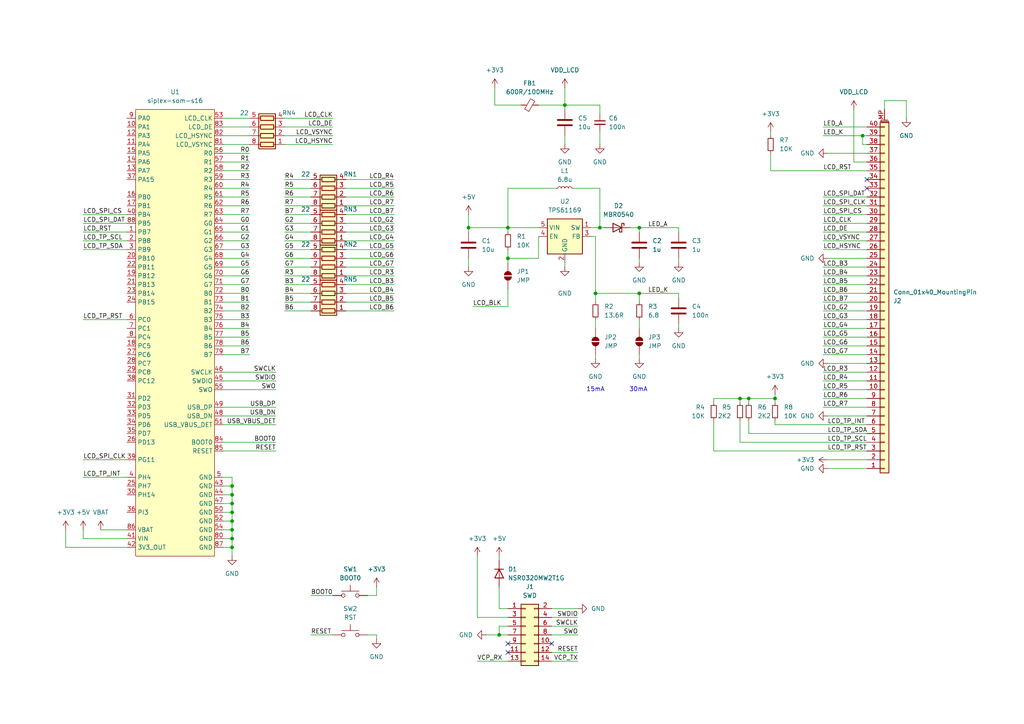
<source format=kicad_sch>
(kicad_sch (version 20231120) (generator "eeschema") (generator_version "8.0")
  (paper "A4")
  (lib_symbols
    (symbol "Connector_Generic:Conn_02x07_Odd_Even" (pin_names (offset 1.016) hide)
      (property "Reference" "J" (at 1.27 10.16 0))
      (property "Value" "Conn_02x07_Odd_Even" (at 1.27 -10.16 0))
      (symbol "Conn_02x07_Odd_Even_1_1"
        (pin passive line (at -5.08 7.62 0) (length 3.81) (name "Pin_1") (number "1"))
        (pin passive line (at 7.62 -2.54 180) (length 3.81) (name "Pin_10") (number "10"))
        (pin passive line (at -5.08 -5.08 0) (length 3.81) (name "Pin_11") (number "11"))
        (pin passive line (at 7.62 -5.08 180) (length 3.81) (name "Pin_12") (number "12"))
        (pin passive line (at -5.08 -7.62 0) (length 3.81) (name "Pin_13") (number "13"))
        (pin passive line (at 7.62 -7.62 180) (length 3.81) (name "Pin_14") (number "14"))
        (pin passive line (at 7.62 7.62 180) (length 3.81) (name "Pin_2") (number "2"))
        (pin passive line (at -5.08 5.08 0) (length 3.81) (name "Pin_3") (number "3"))
        (pin passive line (at 7.62 5.08 180) (length 3.81) (name "Pin_4") (number "4"))
        (pin passive line (at -5.08 2.54 0) (length 3.81) (name "Pin_5") (number "5"))
        (pin passive line (at 7.62 2.54 180) (length 3.81) (name "Pin_6") (number "6"))
        (pin passive line (at -5.08 0 0) (length 3.81) (name "Pin_7") (number "7"))
        (pin passive line (at 7.62 0 180) (length 3.81) (name "Pin_8") (number "8"))
        (pin passive line (at -5.08 -2.54 0) (length 3.81) (name "Pin_9") (number "9"))
      )
    )
    (symbol "Connector_Generic_MountingPin:Conn_01x40_MountingPin" (pin_names (offset 1.016) hide)
      (property "Reference" "J" (at 0 50.8 0))
      (property "Value" "Conn_01x40_MountingPin" (at 1.27 -53.34 0))
      (symbol "Conn_01x40_MountingPin_1_1"
        (text "Mounting" (at 0 -52.451 0) (effects (font (size 0.381 0.381))))
        (pin passive line (at -5.08 48.26 0) (length 3.81) (name "Pin_1") (number "1"))
        (pin passive line (at -5.08 25.4 0) (length 3.81) (name "Pin_10") (number "10"))
        (pin passive line (at -5.08 22.86 0) (length 3.81) (name "Pin_11") (number "11"))
        (pin passive line (at -5.08 20.32 0) (length 3.81) (name "Pin_12") (number "12"))
        (pin passive line (at -5.08 17.78 0) (length 3.81) (name "Pin_13") (number "13"))
        (pin passive line (at -5.08 15.24 0) (length 3.81) (name "Pin_14") (number "14"))
        (pin passive line (at -5.08 12.7 0) (length 3.81) (name "Pin_15") (number "15"))
        (pin passive line (at -5.08 10.16 0) (length 3.81) (name "Pin_16") (number "16"))
        (pin passive line (at -5.08 7.62 0) (length 3.81) (name "Pin_17") (number "17"))
        (pin passive line (at -5.08 5.08 0) (length 3.81) (name "Pin_18") (number "18"))
        (pin passive line (at -5.08 2.54 0) (length 3.81) (name "Pin_19") (number "19"))
        (pin passive line (at -5.08 45.72 0) (length 3.81) (name "Pin_2") (number "2"))
        (pin passive line (at -5.08 0 0) (length 3.81) (name "Pin_20") (number "20"))
        (pin passive line (at -5.08 -2.54 0) (length 3.81) (name "Pin_21") (number "21"))
        (pin passive line (at -5.08 -5.08 0) (length 3.81) (name "Pin_22") (number "22"))
        (pin passive line (at -5.08 -7.62 0) (length 3.81) (name "Pin_23") (number "23"))
        (pin passive line (at -5.08 -10.16 0) (length 3.81) (name "Pin_24") (number "24"))
        (pin passive line (at -5.08 -12.7 0) (length 3.81) (name "Pin_25") (number "25"))
        (pin passive line (at -5.08 -15.24 0) (length 3.81) (name "Pin_26") (number "26"))
        (pin passive line (at -5.08 -17.78 0) (length 3.81) (name "Pin_27") (number "27"))
        (pin passive line (at -5.08 -20.32 0) (length 3.81) (name "Pin_28") (number "28"))
        (pin passive line (at -5.08 -22.86 0) (length 3.81) (name "Pin_29") (number "29"))
        (pin passive line (at -5.08 43.18 0) (length 3.81) (name "Pin_3") (number "3"))
        (pin passive line (at -5.08 -25.4 0) (length 3.81) (name "Pin_30") (number "30"))
        (pin passive line (at -5.08 -27.94 0) (length 3.81) (name "Pin_31") (number "31"))
        (pin passive line (at -5.08 -30.48 0) (length 3.81) (name "Pin_32") (number "32"))
        (pin passive line (at -5.08 -33.02 0) (length 3.81) (name "Pin_33") (number "33"))
        (pin passive line (at -5.08 -35.56 0) (length 3.81) (name "Pin_34") (number "34"))
        (pin passive line (at -5.08 -38.1 0) (length 3.81) (name "Pin_35") (number "35"))
        (pin passive line (at -5.08 -40.64 0) (length 3.81) (name "Pin_36") (number "36"))
        (pin passive line (at -5.08 -43.18 0) (length 3.81) (name "Pin_37") (number "37"))
        (pin passive line (at -5.08 -45.72 0) (length 3.81) (name "Pin_38") (number "38"))
        (pin passive line (at -5.08 -48.26 0) (length 3.81) (name "Pin_39") (number "39"))
        (pin passive line (at -5.08 40.64 0) (length 3.81) (name "Pin_4") (number "4"))
        (pin passive line (at -5.08 -50.8 0) (length 3.81) (name "Pin_40") (number "40"))
        (pin passive line (at -5.08 38.1 0) (length 3.81) (name "Pin_5") (number "5"))
        (pin passive line (at -5.08 35.56 0) (length 3.81) (name "Pin_6") (number "6"))
        (pin passive line (at -5.08 33.02 0) (length 3.81) (name "Pin_7") (number "7"))
        (pin passive line (at -5.08 30.48 0) (length 3.81) (name "Pin_8") (number "8"))
        (pin passive line (at -5.08 27.94 0) (length 3.81) (name "Pin_9") (number "9"))
        (pin passive line (at 0 -55.88 90) (length 3.048) (name "MountPin") (number "MP"))
      )
    )
    (symbol "Device:C" (pin_numbers hide) (pin_names (offset 0.254))
      (property "Reference" "C" (at 0.635 2.54 0))
      (property "Value" "C" (at 0.635 -2.54 0))
      (symbol "C_1_1"
        (pin passive line (at 0 3.81 270) (length 2.794) (name "~") (number "1"))
        (pin passive line (at 0 -3.81 90) (length 2.794) (name "~") (number "2"))
      )
    )
    (symbol "Device:C_Small" (pin_numbers hide) (pin_names (offset 0.254) hide)
      (property "Reference" "C" (at 0.254 1.778 0))
      (property "Value" "C_Small" (at 0.254 -2.032 0))
      (symbol "C_Small_1_1"
        (pin passive line (at 0 2.54 270) (length 2.032) (name "~") (number "1"))
        (pin passive line (at 0 -2.54 90) (length 2.032) (name "~") (number "2"))
      )
    )
    (symbol "Device:D" (pin_numbers hide) (pin_names (offset 1.016) hide)
      (property "Reference" "D" (at 0 2.54 0))
      (property "Value" "D" (at 0 -2.54 0))
      (symbol "D_1_1"
        (pin passive line (at -3.81 0 0) (length 2.54) (name "K") (number "1"))
        (pin passive line (at 3.81 0 180) (length 2.54) (name "A") (number "2"))
      )
    )
    (symbol "Device:FerriteBead_Small" (pin_numbers hide) (pin_names (offset 0))
      (property "Reference" "FB" (at 1.905 1.27 0))
      (property "Value" "FerriteBead_Small" (at 1.905 -1.27 0))
      (symbol "FerriteBead_Small_1_1"
        (pin passive line (at 0 2.54 270) (length 1.27) (name "~") (number "1"))
        (pin passive line (at 0 -2.54 90) (length 1.27) (name "~") (number "2"))
      )
    )
    (symbol "Device:L_Small" (pin_numbers hide) (pin_names (offset 0.254) hide)
      (property "Reference" "L" (at 0.762 1.016 0))
      (property "Value" "L_Small" (at 0.762 -1.016 0))
      (symbol "L_Small_1_1"
        (pin passive line (at 0 2.54 270) (length 0.508) (name "~") (number "1"))
        (pin passive line (at 0 -2.54 90) (length 0.508) (name "~") (number "2"))
      )
    )
    (symbol "Device:R_Pack04" (pin_names (offset 0) hide)
      (property "Reference" "RN" (at -7.62 0 90))
      (property "Value" "R_Pack04" (at 5.08 0 90))
      (symbol "R_Pack04_1_1"
        (pin passive line (at -5.08 -5.08 90) (length 2.54) (name "R1.1") (number "1"))
        (pin passive line (at -2.54 -5.08 90) (length 2.54) (name "R2.1") (number "2"))
        (pin passive line (at 0 -5.08 90) (length 2.54) (name "R3.1") (number "3"))
        (pin passive line (at 2.54 -5.08 90) (length 2.54) (name "R4.1") (number "4"))
        (pin passive line (at 2.54 5.08 270) (length 2.54) (name "R4.2") (number "5"))
        (pin passive line (at 0 5.08 270) (length 2.54) (name "R3.2") (number "6"))
        (pin passive line (at -2.54 5.08 270) (length 2.54) (name "R2.2") (number "7"))
        (pin passive line (at -5.08 5.08 270) (length 2.54) (name "R1.2") (number "8"))
      )
    )
    (symbol "Device:R_Small" (pin_numbers hide) (pin_names (offset 0.254) hide)
      (property "Reference" "R" (at 0.762 0.508 0))
      (property "Value" "R_Small" (at 0.762 -1.016 0))
      (symbol "R_Small_1_1"
        (pin passive line (at 0 2.54 270) (length 0.762) (name "~") (number "1"))
        (pin passive line (at 0 -2.54 90) (length 0.762) (name "~") (number "2"))
      )
    )
    (symbol "Diode:MBR0540" (pin_numbers hide) (pin_names (offset 1.016) hide)
      (property "Reference" "D" (at 0 2.54 0))
      (property "Value" "MBR0540" (at 0 -2.54 0))
      (symbol "MBR0540_1_1"
        (pin passive line (at -3.81 0 0) (length 2.54) (name "K") (number "1"))
        (pin passive line (at 3.81 0 180) (length 2.54) (name "A") (number "2"))
      )
    )
    (symbol "Jumper:SolderJumper_2_Open" (pin_numbers hide) (pin_names (offset 0) hide) (exclude_from_sim yes) (in_bom no)
      (property "Reference" "JP" (at 0 2.032 0))
      (property "Value" "SolderJumper_2_Open" (at 0 -2.54 0))
      (symbol "SolderJumper_2_Open_1_1"
        (pin passive line (at -3.81 0 0) (length 2.54) (name "A") (number "1"))
        (pin passive line (at 3.81 0 180) (length 2.54) (name "B") (number "2"))
      )
    )
    (symbol "Regulator_Switching:TPS61040DBV"
      (property "Reference" "U" (at -5.08 6.35 0))
      (property "Value" "TPS61040DBV" (at 0 6.35 0))
      (symbol "TPS61040DBV_1_1"
        (pin power_out line (at 7.62 2.54 180) (length 2.54) (name "SW") (number "1"))
        (pin power_in line (at 0 -7.62 90) (length 2.54) (name "GND") (number "2"))
        (pin input line (at 7.62 0 180) (length 2.54) (name "FB") (number "3"))
        (pin input line (at -7.62 0 0) (length 2.54) (name "EN") (number "4"))
        (pin power_in line (at -7.62 2.54 0) (length 2.54) (name "VIN") (number "5"))
      )
    )
    (symbol "Switch:SW_Push" (pin_numbers hide) (pin_names (offset 1.016) hide)
      (property "Reference" "SW" (at 1.27 2.54 0))
      (property "Value" "SW_Push" (at 0 -1.524 0))
      (symbol "SW_Push_0_1"
        (pin passive line (at -5.08 0 0) (length 2.54) (name "1") (number "1"))
        (pin passive line (at 5.08 0 180) (length 2.54) (name "2") (number "2"))
      )
    )
    (symbol "power:+3V3" (power) (pin_numbers hide) (pin_names (offset 0) hide)
      (property "Value" "+3V3" (at 0 3.556 0))
      (symbol "+3V3_1_1"
        (pin power_in line (at 0 0 90) (length 0) (name "~") (number "1"))
      )
    )
    (symbol "power:+5V" (power) (pin_numbers hide) (pin_names (offset 0) hide)
      (property "Value" "+5V" (at 0 3.556 0))
      (symbol "+5V_1_1"
        (pin power_in line (at 0 0 90) (length 0) (name "~") (number "1"))
      )
    )
    (symbol "power:GND" (power) (pin_numbers hide) (pin_names (offset 0) hide)
      (property "Value" "GND" (at 0 -3.81 0))
      (symbol "GND_1_1"
        (pin power_in line (at 0 0 270) (length 0) (name "~") (number "1"))
      )
    )
    (symbol "siplex-som:siplex-som-s16"
      (property "Reference" "U" (at 0 73.66 0))
      (property "Value" "siplex-som-s16" (at 0 71.882 0))
      (symbol "siplex-som-s16_1_1"
        (pin bidirectional line (at -13.97 34.29 0) (length 2.54) (name "PB7") (number "1"))
        (pin bidirectional line (at -13.97 64.77 0) (length 2.54) (name "PA1") (number "10"))
        (pin bidirectional line (at -13.97 59.69 0) (length 2.54) (name "PA4") (number "11"))
        (pin bidirectional line (at -13.97 62.23 0) (length 2.54) (name "PA3") (number "12"))
        (pin bidirectional line (at -13.97 52.07 0) (length 2.54) (name "PA7") (number "13"))
        (pin bidirectional line (at -13.97 54.61 0) (length 2.54) (name "PA6") (number "14"))
        (pin bidirectional line (at -13.97 57.15 0) (length 2.54) (name "PA5") (number "15"))
        (pin bidirectional line (at -13.97 44.45 0) (length 2.54) (name "PB0") (number "16"))
        (pin bidirectional line (at -13.97 41.91 0) (length 2.54) (name "PB1") (number "17"))
        (pin bidirectional line (at -13.97 1.27 0) (length 2.54) (name "PC5") (number "18"))
        (pin bidirectional line (at -13.97 21.59 0) (length 2.54) (name "PB12") (number "19"))
        (pin bidirectional line (at -13.97 31.75 0) (length 2.54) (name "PB8") (number "2"))
        (pin bidirectional line (at -13.97 26.67 0) (length 2.54) (name "PB10") (number "20"))
        (pin bidirectional line (at -13.97 19.05 0) (length 2.54) (name "PB13") (number "21"))
        (pin bidirectional line (at -13.97 24.13 0) (length 2.54) (name "PB11") (number "22"))
        (pin bidirectional line (at -13.97 16.51 0) (length 2.54) (name "PB14") (number "23"))
        (pin bidirectional line (at -13.97 13.97 0) (length 2.54) (name "PB15") (number "24"))
        (pin bidirectional line (at -13.97 -39.37 0) (length 2.54) (name "PH7") (number "25"))
        (pin bidirectional line (at -13.97 -26.67 0) (length 2.54) (name "PD13") (number "26"))
        (pin bidirectional line (at -13.97 -1.27 0) (length 2.54) (name "PC6") (number "27"))
        (pin bidirectional line (at -13.97 -3.81 0) (length 2.54) (name "PC7") (number "28"))
        (pin bidirectional line (at -13.97 -6.35 0) (length 2.54) (name "PC8") (number "29"))
        (pin bidirectional line (at -13.97 29.21 0) (length 2.54) (name "PB9") (number "3"))
        (pin power_in line (at -13.97 -41.91 0) (length 2.54) (name "PH14") (number "30"))
        (pin bidirectional line (at -13.97 -13.97 0) (length 2.54) (name "PD2") (number "31"))
        (pin bidirectional line (at -13.97 -16.51 0) (length 2.54) (name "PD3") (number "32"))
        (pin bidirectional line (at -13.97 -19.05 0) (length 2.54) (name "PD5") (number "33"))
        (pin bidirectional line (at -13.97 -21.59 0) (length 2.54) (name "PD6") (number "34"))
        (pin bidirectional line (at -13.97 -24.13 0) (length 2.54) (name "PD7") (number "35"))
        (pin bidirectional line (at -13.97 -46.99 0) (length 2.54) (name "PI3") (number "36"))
        (pin bidirectional line (at -13.97 49.53 0) (length 2.54) (name "PA15") (number "37"))
        (pin bidirectional line (at -13.97 -8.89 0) (length 2.54) (name "PC12") (number "38"))
        (pin bidirectional line (at -13.97 -31.75 0) (length 2.54) (name "PG11") (number "39"))
        (pin bidirectional line (at -13.97 -36.83 0) (length 2.54) (name "PH4") (number "4"))
        (pin bidirectional line (at -13.97 39.37 0) (length 2.54) (name "PB4") (number "40"))
        (pin power_in line (at -13.97 -54.61 0) (length 2.54) (name "VIN") (number "41"))
        (pin power_in line (at -13.97 -57.15 0) (length 2.54) (name "3V3_OUT") (number "42"))
        (pin power_in line (at 13.97 -39.37 180) (length 2.54) (name "GND") (number "43"))
        (pin power_in line (at 13.97 -41.91 180) (length 2.54) (name "GND") (number "44"))
        (pin bidirectional line (at 13.97 -8.89 180) (length 2.54) (name "SWDIO") (number "45"))
        (pin bidirectional line (at 13.97 -6.35 180) (length 2.54) (name "SWCLK") (number "46"))
        (pin power_in line (at 13.97 -44.45 180) (length 2.54) (name "GND") (number "47"))
        (pin bidirectional line (at 13.97 -19.05 180) (length 2.54) (name "USB_DN") (number "48"))
        (pin bidirectional line (at 13.97 -16.51 180) (length 2.54) (name "USB_DP") (number "49"))
        (pin power_in line (at 13.97 -36.83 180) (length 2.54) (name "GND") (number "5"))
        (pin power_in line (at 13.97 -46.99 180) (length 2.54) (name "GND") (number "50"))
        (pin bidirectional line (at 13.97 -21.59 180) (length 2.54) (name "USB_VBUS_DET") (number "51"))
        (pin power_in line (at 13.97 -49.53 180) (length 2.54) (name "GND") (number "52"))
        (pin bidirectional line (at 13.97 67.31 180) (length 2.54) (name "LCD_CLK") (number "53"))
        (pin power_in line (at 13.97 -52.07 180) (length 2.54) (name "GND") (number "54"))
        (pin bidirectional line (at 13.97 -11.43 180) (length 2.54) (name "SWO") (number "55"))
        (pin bidirectional line (at 13.97 57.15 180) (length 2.54) (name "R0") (number "56"))
        (pin bidirectional line (at 13.97 54.61 180) (length 2.54) (name "R1") (number "57"))
        (pin bidirectional line (at 13.97 52.07 180) (length 2.54) (name "R2") (number "58"))
        (pin bidirectional line (at 13.97 49.53 180) (length 2.54) (name "R3") (number "59"))
        (pin bidirectional line (at -13.97 8.89 0) (length 2.54) (name "PC0") (number "6"))
        (pin bidirectional line (at 13.97 46.99 180) (length 2.54) (name "R4") (number "60"))
        (pin bidirectional line (at 13.97 44.45 180) (length 2.54) (name "R5") (number "61"))
        (pin bidirectional line (at 13.97 41.91 180) (length 2.54) (name "R6") (number "62"))
        (pin bidirectional line (at 13.97 39.37 180) (length 2.54) (name "R7") (number "63"))
        (pin bidirectional line (at 13.97 36.83 180) (length 2.54) (name "G0") (number "64"))
        (pin bidirectional line (at 13.97 34.29 180) (length 2.54) (name "G1") (number "65"))
        (pin bidirectional line (at 13.97 31.75 180) (length 2.54) (name "G2") (number "66"))
        (pin bidirectional line (at 13.97 29.21 180) (length 2.54) (name "G3") (number "67"))
        (pin bidirectional line (at 13.97 26.67 180) (length 2.54) (name "G4") (number "68"))
        (pin bidirectional line (at 13.97 24.13 180) (length 2.54) (name "G5") (number "69"))
        (pin bidirectional line (at -13.97 6.35 0) (length 2.54) (name "PC1") (number "7"))
        (pin bidirectional line (at 13.97 21.59 180) (length 2.54) (name "G6") (number "70"))
        (pin bidirectional line (at 13.97 19.05 180) (length 2.54) (name "G7") (number "71"))
        (pin bidirectional line (at 13.97 16.51 180) (length 2.54) (name "B0") (number "72"))
        (pin bidirectional line (at 13.97 13.97 180) (length 2.54) (name "B1") (number "73"))
        (pin bidirectional line (at 13.97 11.43 180) (length 2.54) (name "B2") (number "74"))
        (pin bidirectional line (at 13.97 8.89 180) (length 2.54) (name "B3") (number "75"))
        (pin bidirectional line (at 13.97 6.35 180) (length 2.54) (name "B4") (number "76"))
        (pin bidirectional line (at 13.97 3.81 180) (length 2.54) (name "B5") (number "77"))
        (pin bidirectional line (at 13.97 1.27 180) (length 2.54) (name "B6") (number "78"))
        (pin bidirectional line (at 13.97 -1.27 180) (length 2.54) (name "B7") (number "79"))
        (pin bidirectional line (at -13.97 3.81 0) (length 2.54) (name "PC4") (number "8"))
        (pin power_in line (at 13.97 -54.61 180) (length 2.54) (name "GND") (number "80"))
        (pin bidirectional line (at 13.97 59.69 180) (length 2.54) (name "LCD_VSYNC") (number "81"))
        (pin bidirectional line (at 13.97 62.23 180) (length 2.54) (name "LCD_HSYNC") (number "82"))
        (pin bidirectional line (at 13.97 64.77 180) (length 2.54) (name "LCD_DE") (number "83"))
        (pin input line (at 13.97 -26.67 180) (length 2.54) (name "BOOT0") (number "84"))
        (pin input line (at 13.97 -29.21 180) (length 2.54) (name "RESET") (number "85"))
        (pin power_in line (at -13.97 -52.07 0) (length 2.54) (name "VBAT") (number "86"))
        (pin power_in line (at 13.97 -57.15 180) (length 2.54) (name "GND") (number "87"))
        (pin bidirectional line (at -13.97 36.83 0) (length 2.54) (name "PB5") (number "88"))
        (pin bidirectional line (at -13.97 67.31 0) (length 2.54) (name "PA0") (number "9"))
      )
    )
  )
  (junction (at 147.32 66.04))
  (junction (at 67.31 146.05))
  (junction (at 135.89 66.04))
  (junction (at 217.17 115.57))
  (junction (at 67.31 153.67))
  (junction (at 250.19 39.37))
  (junction (at 185.42 66.04))
  (junction (at 163.83 30.48))
  (junction (at 67.31 158.75))
  (junction (at 67.31 156.21))
  (junction (at 185.42 85.09))
  (junction (at 67.31 151.13))
  (junction (at 67.31 140.97))
  (junction (at 147.32 74.93))
  (junction (at 67.31 148.59))
  (junction (at 173.99 66.04))
  (junction (at 214.63 115.57))
  (junction (at 172.72 85.09))
  (junction (at 67.31 143.51))
  (junction (at 144.78 184.15))
  (junction (at 224.79 115.57))
  (no_connect (at 160.02 186.69))
  (no_connect (at 147.32 186.69))
  (no_connect (at 147.32 189.23))
  (no_connect (at 251.46 52.07))
  (no_connect (at 251.46 54.61))
  (wire (pts (xy 72.39 85.09) (xy 64.77 85.09)))
  (wire (pts (xy 67.31 138.43) (xy 67.31 140.97)))
  (wire (pts (xy 106.68 172.72) (xy 109.22 172.72)))
  (wire (pts (xy 143.51 30.48) (xy 151.13 30.48)))
  (wire (pts (xy 172.72 85.09) (xy 185.42 85.09)))
  (wire (pts (xy 64.77 41.91) (xy 72.39 41.91)))
  (wire (pts (xy 82.55 69.85) (xy 90.17 69.85)))
  (wire (pts (xy 67.31 143.51) (xy 67.31 146.05)))
  (wire (pts (xy 138.43 191.77) (xy 147.32 191.77)))
  (wire (pts (xy 72.39 92.71) (xy 64.77 92.71)))
  (wire (pts (xy 90.17 172.72) (xy 96.52 172.72)))
  (wire (pts (xy 251.46 77.47) (xy 238.76 77.47)))
  (wire (pts (xy 100.33 74.93) (xy 114.3 74.93)))
  (wire (pts (xy 238.76 67.31) (xy 251.46 67.31)))
  (wire (pts (xy 72.39 44.45) (xy 64.77 44.45)))
  (wire (pts (xy 72.39 90.17) (xy 64.77 90.17)))
  (wire (pts (xy 82.55 82.55) (xy 90.17 82.55)))
  (wire (pts (xy 185.42 85.09) (xy 185.42 87.63)))
  (wire (pts (xy 196.85 67.31) (xy 196.85 66.04)))
  (wire (pts (xy 240.03 120.65) (xy 251.46 120.65)))
  (wire (pts (xy 223.52 49.53) (xy 251.46 49.53)))
  (wire (pts (xy 172.72 95.25) (xy 172.72 92.71)))
  (wire (pts (xy 100.33 54.61) (xy 114.3 54.61)))
  (wire (pts (xy 214.63 128.27) (xy 251.46 128.27)))
  (wire (pts (xy 19.05 158.75) (xy 36.83 158.75)))
  (wire (pts (xy 82.55 62.23) (xy 90.17 62.23)))
  (wire (pts (xy 64.77 148.59) (xy 67.31 148.59)))
  (wire (pts (xy 80.01 130.81) (xy 64.77 130.81)))
  (wire (pts (xy 167.64 181.61) (xy 160.02 181.61)))
  (wire (pts (xy 64.77 138.43) (xy 67.31 138.43)))
  (wire (pts (xy 251.46 115.57) (xy 238.76 115.57)))
  (wire (pts (xy 185.42 66.04) (xy 185.42 67.31)))
  (wire (pts (xy 80.01 107.95) (xy 64.77 107.95)))
  (wire (pts (xy 100.33 64.77) (xy 114.3 64.77)))
  (wire (pts (xy 72.39 67.31) (xy 64.77 67.31)))
  (wire (pts (xy 100.33 87.63) (xy 114.3 87.63)))
  (wire (pts (xy 24.13 67.31) (xy 36.83 67.31)))
  (wire (pts (xy 238.76 72.39) (xy 251.46 72.39)))
  (wire (pts (xy 82.55 57.15) (xy 90.17 57.15)))
  (wire (pts (xy 100.33 59.69) (xy 114.3 59.69)))
  (wire (pts (xy 82.55 90.17) (xy 90.17 90.17)))
  (wire (pts (xy 82.55 87.63) (xy 90.17 87.63)))
  (wire (pts (xy 67.31 151.13) (xy 67.31 153.67)))
  (wire (pts (xy 240.03 135.89) (xy 251.46 135.89)))
  (wire (pts (xy 207.01 121.92) (xy 207.01 130.81)))
  (wire (pts (xy 64.77 158.75) (xy 67.31 158.75)))
  (wire (pts (xy 163.83 41.91) (xy 163.83 39.37)))
  (wire (pts (xy 24.13 153.67) (xy 24.13 156.21)))
  (wire (pts (xy 24.13 69.85) (xy 36.83 69.85)))
  (wire (pts (xy 82.55 36.83) (xy 96.52 36.83)))
  (wire (pts (xy 109.22 172.72) (xy 109.22 170.18)))
  (wire (pts (xy 214.63 115.57) (xy 217.17 115.57)))
  (wire (pts (xy 144.78 161.29) (xy 144.78 162.56)))
  (wire (pts (xy 185.42 104.14) (xy 185.42 102.87)))
  (wire (pts (xy 196.85 76.2) (xy 196.85 74.93)))
  (wire (pts (xy 147.32 66.04) (xy 156.21 66.04)))
  (wire (pts (xy 19.05 153.67) (xy 19.05 158.75)))
  (wire (pts (xy 247.65 31.75) (xy 247.65 46.99)))
  (wire (pts (xy 135.89 77.47) (xy 135.89 74.93)))
  (wire (pts (xy 251.46 110.49) (xy 238.76 110.49)))
  (wire (pts (xy 163.83 30.48) (xy 163.83 25.4)))
  (wire (pts (xy 64.77 153.67) (xy 67.31 153.67)))
  (wire (pts (xy 24.13 156.21) (xy 36.83 156.21)))
  (wire (pts (xy 67.31 153.67) (xy 67.31 156.21)))
  (wire (pts (xy 82.55 77.47) (xy 90.17 77.47)))
  (wire (pts (xy 156.21 74.93) (xy 147.32 74.93)))
  (wire (pts (xy 173.99 54.61) (xy 173.99 66.04)))
  (wire (pts (xy 100.33 62.23) (xy 114.3 62.23)))
  (wire (pts (xy 143.51 25.4) (xy 143.51 30.48)))
  (wire (pts (xy 144.78 176.53) (xy 147.32 176.53)))
  (wire (pts (xy 72.39 34.29) (xy 64.77 34.29)))
  (wire (pts (xy 24.13 133.35) (xy 36.83 133.35)))
  (wire (pts (xy 82.55 74.93) (xy 90.17 74.93)))
  (wire (pts (xy 238.76 69.85) (xy 251.46 69.85)))
  (wire (pts (xy 196.85 66.04) (xy 185.42 66.04)))
  (wire (pts (xy 247.65 46.99) (xy 251.46 46.99)))
  (wire (pts (xy 185.42 85.09) (xy 196.85 85.09)))
  (wire (pts (xy 166.37 54.61) (xy 173.99 54.61)))
  (wire (pts (xy 238.76 36.83) (xy 251.46 36.83)))
  (wire (pts (xy 251.46 118.11) (xy 238.76 118.11)))
  (wire (pts (xy 251.46 80.01) (xy 238.76 80.01)))
  (wire (pts (xy 82.55 72.39) (xy 90.17 72.39)))
  (wire (pts (xy 82.55 64.77) (xy 90.17 64.77)))
  (wire (pts (xy 167.64 176.53) (xy 160.02 176.53)))
  (wire (pts (xy 251.46 41.91) (xy 250.19 41.91)))
  (wire (pts (xy 161.29 54.61) (xy 147.32 54.61)))
  (wire (pts (xy 251.46 102.87) (xy 238.76 102.87)))
  (wire (pts (xy 172.72 85.09) (xy 172.72 87.63)))
  (wire (pts (xy 173.99 30.48) (xy 163.83 30.48)))
  (wire (pts (xy 137.16 88.9) (xy 147.32 88.9)))
  (wire (pts (xy 80.01 110.49) (xy 64.77 110.49)))
  (wire (pts (xy 240.03 74.93) (xy 251.46 74.93)))
  (wire (pts (xy 100.33 80.01) (xy 114.3 80.01)))
  (wire (pts (xy 72.39 64.77) (xy 64.77 64.77)))
  (wire (pts (xy 214.63 121.92) (xy 214.63 128.27)))
  (wire (pts (xy 223.52 38.1) (xy 223.52 39.37)))
  (wire (pts (xy 172.72 68.58) (xy 172.72 85.09)))
  (wire (pts (xy 262.89 29.21) (xy 262.89 34.29)))
  (wire (pts (xy 82.55 39.37) (xy 96.52 39.37)))
  (wire (pts (xy 100.33 57.15) (xy 114.3 57.15)))
  (wire (pts (xy 251.46 92.71) (xy 238.76 92.71)))
  (wire (pts (xy 80.01 120.65) (xy 64.77 120.65)))
  (wire (pts (xy 100.33 67.31) (xy 114.3 67.31)))
  (wire (pts (xy 72.39 36.83) (xy 64.77 36.83)))
  (wire (pts (xy 251.46 113.03) (xy 238.76 113.03)))
  (wire (pts (xy 147.32 66.04) (xy 135.89 66.04)))
  (wire (pts (xy 144.78 181.61) (xy 144.78 184.15)))
  (wire (pts (xy 147.32 54.61) (xy 147.32 66.04)))
  (wire (pts (xy 147.32 181.61) (xy 144.78 181.61)))
  (wire (pts (xy 72.39 72.39) (xy 64.77 72.39)))
  (wire (pts (xy 82.55 34.29) (xy 96.52 34.29)))
  (wire (pts (xy 67.31 158.75) (xy 67.31 161.29)))
  (wire (pts (xy 217.17 115.57) (xy 224.79 115.57)))
  (wire (pts (xy 64.77 156.21) (xy 67.31 156.21)))
  (wire (pts (xy 173.99 66.04) (xy 171.45 66.04)))
  (wire (pts (xy 163.83 77.47) (xy 163.83 76.2)))
  (wire (pts (xy 67.31 146.05) (xy 67.31 148.59)))
  (wire (pts (xy 80.01 113.03) (xy 64.77 113.03)))
  (wire (pts (xy 72.39 57.15) (xy 64.77 57.15)))
  (wire (pts (xy 171.45 68.58) (xy 172.72 68.58)))
  (wire (pts (xy 140.97 184.15) (xy 144.78 184.15)))
  (wire (pts (xy 147.32 66.04) (xy 147.32 67.31)))
  (wire (pts (xy 72.39 52.07) (xy 64.77 52.07)))
  (wire (pts (xy 167.64 184.15) (xy 160.02 184.15)))
  (wire (pts (xy 138.43 179.07) (xy 147.32 179.07)))
  (wire (pts (xy 80.01 123.19) (xy 64.77 123.19)))
  (wire (pts (xy 72.39 80.01) (xy 64.77 80.01)))
  (wire (pts (xy 173.99 33.02) (xy 173.99 30.48)))
  (wire (pts (xy 82.55 67.31) (xy 90.17 67.31)))
  (wire (pts (xy 147.32 83.82) (xy 147.32 88.9)))
  (wire (pts (xy 262.89 29.21) (xy 256.54 29.21)))
  (wire (pts (xy 109.22 184.15) (xy 106.68 184.15)))
  (wire (pts (xy 82.55 41.91) (xy 96.52 41.91)))
  (wire (pts (xy 24.13 138.43) (xy 36.83 138.43)))
  (wire (pts (xy 240.03 133.35) (xy 251.46 133.35)))
  (wire (pts (xy 144.78 184.15) (xy 147.32 184.15)))
  (wire (pts (xy 156.21 68.58) (xy 156.21 74.93)))
  (wire (pts (xy 24.13 64.77) (xy 36.83 64.77)))
  (wire (pts (xy 72.39 59.69) (xy 64.77 59.69)))
  (wire (pts (xy 72.39 74.93) (xy 64.77 74.93)))
  (wire (pts (xy 67.31 140.97) (xy 67.31 143.51)))
  (wire (pts (xy 100.33 69.85) (xy 114.3 69.85)))
  (wire (pts (xy 223.52 44.45) (xy 223.52 49.53)))
  (wire (pts (xy 64.77 146.05) (xy 67.31 146.05)))
  (wire (pts (xy 72.39 102.87) (xy 64.77 102.87)))
  (wire (pts (xy 72.39 95.25) (xy 64.77 95.25)))
  (wire (pts (xy 80.01 128.27) (xy 64.77 128.27)))
  (wire (pts (xy 72.39 100.33) (xy 64.77 100.33)))
  (wire (pts (xy 238.76 57.15) (xy 251.46 57.15)))
  (wire (pts (xy 147.32 74.93) (xy 147.32 72.39)))
  (wire (pts (xy 100.33 90.17) (xy 114.3 90.17)))
  (wire (pts (xy 72.39 62.23) (xy 64.77 62.23)))
  (wire (pts (xy 207.01 130.81) (xy 251.46 130.81)))
  (wire (pts (xy 240.03 44.45) (xy 251.46 44.45)))
  (wire (pts (xy 67.31 156.21) (xy 67.31 158.75)))
  (wire (pts (xy 72.39 77.47) (xy 64.77 77.47)))
  (wire (pts (xy 167.64 191.77) (xy 160.02 191.77)))
  (wire (pts (xy 251.46 97.79) (xy 238.76 97.79)))
  (wire (pts (xy 224.79 114.3) (xy 224.79 115.57)))
  (wire (pts (xy 135.89 62.23) (xy 135.89 66.04)))
  (wire (pts (xy 72.39 46.99) (xy 64.77 46.99)))
  (wire (pts (xy 240.03 105.41) (xy 251.46 105.41)))
  (wire (pts (xy 100.33 77.47) (xy 114.3 77.47)))
  (wire (pts (xy 238.76 62.23) (xy 251.46 62.23)))
  (wire (pts (xy 138.43 161.29) (xy 138.43 179.07)))
  (wire (pts (xy 135.89 66.04) (xy 135.89 67.31)))
  (wire (pts (xy 251.46 95.25) (xy 238.76 95.25)))
  (wire (pts (xy 82.55 54.61) (xy 90.17 54.61)))
  (wire (pts (xy 185.42 95.25) (xy 185.42 92.71)))
  (wire (pts (xy 100.33 72.39) (xy 114.3 72.39)))
  (wire (pts (xy 185.42 66.04) (xy 182.88 66.04)))
  (wire (pts (xy 251.46 85.09) (xy 238.76 85.09)))
  (wire (pts (xy 173.99 41.91) (xy 173.99 38.1)))
  (wire (pts (xy 251.46 107.95) (xy 238.76 107.95)))
  (wire (pts (xy 64.77 140.97) (xy 67.31 140.97)))
  (wire (pts (xy 172.72 104.14) (xy 172.72 102.87)))
  (wire (pts (xy 80.01 118.11) (xy 64.77 118.11)))
  (wire (pts (xy 224.79 121.92) (xy 224.79 123.19)))
  (wire (pts (xy 82.55 59.69) (xy 90.17 59.69)))
  (wire (pts (xy 64.77 143.51) (xy 67.31 143.51)))
  (wire (pts (xy 109.22 185.42) (xy 109.22 184.15)))
  (wire (pts (xy 147.32 74.93) (xy 147.32 76.2)))
  (wire (pts (xy 24.13 72.39) (xy 36.83 72.39)))
  (wire (pts (xy 100.33 52.07) (xy 114.3 52.07)))
  (wire (pts (xy 238.76 64.77) (xy 251.46 64.77)))
  (wire (pts (xy 72.39 82.55) (xy 64.77 82.55)))
  (wire (pts (xy 251.46 82.55) (xy 238.76 82.55)))
  (wire (pts (xy 251.46 90.17) (xy 238.76 90.17)))
  (wire (pts (xy 167.64 189.23) (xy 160.02 189.23)))
  (wire (pts (xy 82.55 85.09) (xy 90.17 85.09)))
  (wire (pts (xy 82.55 52.07) (xy 90.17 52.07)))
  (wire (pts (xy 238.76 59.69) (xy 251.46 59.69)))
  (wire (pts (xy 72.39 97.79) (xy 64.77 97.79)))
  (wire (pts (xy 238.76 39.37) (xy 250.19 39.37)))
  (wire (pts (xy 67.31 148.59) (xy 67.31 151.13)))
  (wire (pts (xy 250.19 41.91) (xy 250.19 39.37)))
  (wire (pts (xy 24.13 62.23) (xy 36.83 62.23)))
  (wire (pts (xy 214.63 116.84) (xy 214.63 115.57)))
  (wire (pts (xy 100.33 82.55) (xy 114.3 82.55)))
  (wire (pts (xy 196.85 95.25) (xy 196.85 93.98)))
  (wire (pts (xy 100.33 85.09) (xy 114.3 85.09)))
  (wire (pts (xy 217.17 115.57) (xy 217.17 116.84)))
  (wire (pts (xy 256.54 29.21) (xy 256.54 31.75)))
  (wire (pts (xy 144.78 170.18) (xy 144.78 176.53)))
  (wire (pts (xy 163.83 30.48) (xy 163.83 31.75)))
  (wire (pts (xy 217.17 121.92) (xy 217.17 125.73)))
  (wire (pts (xy 217.17 125.73) (xy 251.46 125.73)))
  (wire (pts (xy 72.39 69.85) (xy 64.77 69.85)))
  (wire (pts (xy 250.19 39.37) (xy 251.46 39.37)))
  (wire (pts (xy 207.01 116.84) (xy 207.01 115.57)))
  (wire (pts (xy 251.46 87.63) (xy 238.76 87.63)))
  (wire (pts (xy 64.77 39.37) (xy 72.39 39.37)))
  (wire (pts (xy 185.42 76.2) (xy 185.42 74.93)))
  (wire (pts (xy 251.46 100.33) (xy 238.76 100.33)))
  (wire (pts (xy 167.64 179.07) (xy 160.02 179.07)))
  (wire (pts (xy 29.21 153.67) (xy 36.83 153.67)))
  (wire (pts (xy 72.39 87.63) (xy 64.77 87.63)))
  (wire (pts (xy 90.17 184.15) (xy 96.52 184.15)))
  (wire (pts (xy 207.01 115.57) (xy 214.63 115.57)))
  (wire (pts (xy 224.79 115.57) (xy 224.79 116.84)))
  (wire (pts (xy 64.77 151.13) (xy 67.31 151.13)))
  (wire (pts (xy 72.39 49.53) (xy 64.77 49.53)))
  (wire (pts (xy 72.39 54.61) (xy 64.77 54.61)))
  (wire (pts (xy 196.85 86.36) (xy 196.85 85.09)))
  (wire (pts (xy 156.21 30.48) (xy 163.83 30.48)))
  (wire (pts (xy 175.26 66.04) (xy 173.99 66.04)))
  (wire (pts (xy 24.13 92.71) (xy 36.83 92.71)))
  (wire (pts (xy 82.55 80.01) (xy 90.17 80.01)))
  (wire (pts (xy 224.79 123.19) (xy 251.46 123.19)))
  (text "15mA" (at 172.72 113.03 0) (effects (font (size 1.27 1.27))))
  (text "30mA" (at 185.166 113.03 0) (effects (font (size 1.27 1.27))))
  (label "LCD_CLK" (at 238.76 64.77 0))
  (label "LCD_TP_SCL" (at 240.03 128.27 0))
  (label "LCD_B3" (at 114.3 82.55 180))
  (label "LCD_G3" (at 238.76 92.71 0))
  (label "LCD_SPI_CS" (at 238.76 62.23 0))
  (label "LED_K" (at 238.76 39.37 0))
  (label "LCD_B3" (at 238.76 77.47 0))
  (label "LCD_G4" (at 238.76 95.25 0))
  (label "LCD_TP_SCL" (at 24.13 69.85 0))
  (label "LCD_G7" (at 114.3 77.47 180))
  (label "LCD_B7" (at 114.3 62.23 180))
  (label "R6" (at 72.39 59.69 180))
  (label "LCD_TP_RST" (at 240.03 130.81 0))
  (label "USB_DN" (at 80.01 120.65 180))
  (label "G3" (at 82.55 67.31 0))
  (label "G4" (at 72.39 74.93 180))
  (label "B5" (at 72.39 97.79 180))
  (label "LCD_G4" (at 114.3 69.85 180))
  (label "LCD_TP_SDA" (at 24.13 72.39 0))
  (label "LCD_R7" (at 238.76 118.11 0))
  (label "LED_A" (at 238.76 36.83 0))
  (label "SWCLK" (at 167.64 181.61 180))
  (label "VCP_TX" (at 167.64 191.77 180))
  (label "R7" (at 82.55 59.69 0))
  (label "B5" (at 82.55 87.63 0))
  (label "R5" (at 82.55 54.61 0))
  (label "B4" (at 72.39 95.25 180))
  (label "G5" (at 82.55 72.39 0))
  (label "BOOT0" (at 90.17 172.72 0))
  (label "USB_VBUS_DET" (at 80.01 123.19 180))
  (label "B7" (at 72.39 102.87 180))
  (label "LCD_TP_INT" (at 24.13 138.43 0))
  (label "B6" (at 82.55 90.17 0))
  (label "LCD_G7" (at 238.76 102.87 0))
  (label "LCD_TP_RST" (at 24.13 92.71 0))
  (label "B6" (at 72.39 100.33 180))
  (label "SWO" (at 80.01 113.03 180))
  (label "LED_K" (at 187.96 85.09 0))
  (label "LCD_B5" (at 238.76 82.55 0))
  (label "LCD_VSYNC" (at 96.52 39.37 180))
  (label "B1" (at 72.39 87.63 180))
  (label "LCD_R4" (at 114.3 52.07 180))
  (label "B2" (at 72.39 90.17 180))
  (label "SWO" (at 167.64 184.15 180))
  (label "LCD_SPI_DAT" (at 24.13 64.77 0))
  (label "LED_A" (at 187.96 66.04 0))
  (label "R4" (at 72.39 54.61 180))
  (label "LCD_R3" (at 238.76 107.95 0))
  (label "G6" (at 82.55 74.93 0))
  (label "R0" (at 72.39 44.45 180))
  (label "G4" (at 82.55 69.85 0))
  (label "LCD_TP_INT" (at 240.03 123.19 0))
  (label "LCD_B5" (at 114.3 87.63 180))
  (label "LCD_HSYNC" (at 238.76 72.39 0))
  (label "R3" (at 82.55 80.01 0))
  (label "LCD_G5" (at 114.3 72.39 180))
  (label "B0" (at 72.39 85.09 180))
  (label "R5" (at 72.39 57.15 180))
  (label "R2" (at 72.39 49.53 180))
  (label "RESET" (at 90.17 184.15 0))
  (label "LCD_R7" (at 114.3 59.69 180))
  (label "LCD_CLK" (at 96.52 34.29 180))
  (label "LCD_SPI_CS" (at 24.13 62.23 0))
  (label "LCD_R6" (at 114.3 57.15 180))
  (label "G0" (at 72.39 64.77 180))
  (label "RESET" (at 80.01 130.81 180))
  (label "LCD_SPI_CLK" (at 24.13 133.35 0))
  (label "BOOT0" (at 80.01 128.27 180))
  (label "LCD_B4" (at 238.76 80.01 0))
  (label "SWCLK" (at 80.01 107.95 180))
  (label "LCD_G3" (at 114.3 67.31 180))
  (label "B7" (at 82.55 62.23 0))
  (label "G2" (at 82.55 64.77 0))
  (label "VCP_RX" (at 138.43 191.77 0))
  (label "USB_DP" (at 80.01 118.11 180))
  (label "SWDIO" (at 167.64 179.07 180))
  (label "LCD_G5" (at 238.76 97.79 0))
  (label "LCD_G6" (at 238.76 100.33 0))
  (label "R7" (at 72.39 62.23 180))
  (label "B3" (at 82.55 82.55 0))
  (label "LCD_R3" (at 114.3 80.01 180))
  (label "LCD_R4" (at 238.76 110.49 0))
  (label "LCD_RST" (at 238.76 49.53 0))
  (label "LCD_G6" (at 114.3 74.93 180))
  (label "LCD_B6" (at 238.76 85.09 0))
  (label "LCD_TP_SDA" (at 240.03 125.73 0))
  (label "LCD_VSYNC" (at 238.76 69.85 0))
  (label "R3" (at 72.39 52.07 180))
  (label "R1" (at 72.39 46.99 180))
  (label "B4" (at 82.55 85.09 0))
  (label "LCD_B6" (at 114.3 90.17 180))
  (label "LCD_B7" (at 238.76 87.63 0))
  (label "LCD_R5" (at 238.76 113.03 0))
  (label "LCD_R5" (at 114.3 54.61 180))
  (label "G3" (at 72.39 72.39 180))
  (label "LCD_DE" (at 238.76 67.31 0))
  (label "LCD_SPI_CLK" (at 238.76 59.69 0))
  (label "LCD_BLK" (at 137.16 88.9 0))
  (label "LCD_SPI_DAT" (at 238.76 57.15 0))
  (label "G1" (at 72.39 67.31 180))
  (label "LCD_B4" (at 114.3 85.09 180))
  (label "G5" (at 72.39 77.47 180))
  (label "LCD_RST" (at 24.13 67.31 0))
  (label "SWDIO" (at 80.01 110.49 180))
  (label "B3" (at 72.39 92.71 180))
  (label "RESET" (at 167.64 189.23 180))
  (label "G6" (at 72.39 80.01 180))
  (label "R4" (at 82.55 52.07 0))
  (label "LCD_G2" (at 238.76 90.17 0))
  (label "G7" (at 72.39 82.55 180))
  (label "G7" (at 82.55 77.47 0))
  (label "LCD_DE" (at 96.52 36.83 180))
  (label "LCD_R6" (at 238.76 115.57 0))
  (label "LCD_HSYNC" (at 96.52 41.91 180))
  (label "LCD_G2" (at 114.3 64.77 180))
  (label "R6" (at 82.55 57.15 0))
  (label "G2" (at 72.39 69.85 180))
  (symbol (lib_id "power:GND") (at 262.89 34.29 0) (unit 1)
    (property "Reference" "#PWR028" (effects (hide yes)))
    (property "Value" "GND" (at 262.89 39.37 0))
    (property "Description" "Power symbol creates a global label with name \"GND\" , ground" (effects (hide yes)))
  )
  (symbol (lib_id "Jumper:SolderJumper_2_Open") (at 172.72 99.06 90) (unit 1) (exclude_from_sim yes) (in_bom no)
    (property "Reference" "JP2" (at 175.26 97.7899 90) (effects (justify right)))
    (property "Value" "JMP" (at 175.26 100.3299 90) (effects (justify right)))
    (property "Footprint" "Jumper:SolderJumper-2_P1.3mm_Open_RoundedPad1.0x1.5mm" (effects (hide yes)))
    (property "Description" "Solder Jumper, 2-pole, open" (effects (hide yes)))
  )
  (symbol (lib_id "power:+3V3") (at 143.51 25.4 0) (unit 1)
    (property "Reference" "#PWR029" (effects (hide yes)))
    (property "Value" "+3V3" (at 143.51 20.32 0))
    (property "Description" "Power symbol creates a global label with name \"+3V3\"" (effects (hide yes)))
  )
  (symbol (lib_id "Device:C_Small") (at 173.99 35.56 0) (unit 1)
    (property "Reference" "C6" (at 176.53 34.2962 0) (effects (justify left)))
    (property "Value" "100n" (at 176.53 36.8362 0) (effects (justify left)))
    (property "Footprint" "Capacitor_SMD:C_0603_1608Metric" (effects (hide yes)))
    (property "Description" "Unpolarized capacitor, small symbol" (effects (hide yes)))
  )
  (symbol (lib_id "power:GND") (at 185.42 76.2 0) (unit 1)
    (property "Reference" "#PWR015" (effects (hide yes)))
    (property "Value" "GND" (at 185.42 81.28 0))
    (property "Description" "Power symbol creates a global label with name \"GND\" , ground" (effects (hide yes)))
  )
  (symbol (lib_id "power:+5V") (at 29.21 153.67 0) (unit 1)
    (property "Reference" "#PWR03" (effects (hide yes)))
    (property "Value" "VBAT" (at 29.21 148.59 0))
    (property "Description" "Power symbol creates a global label with name \"+5V\"" (effects (hide yes)))
  )
  (symbol (lib_id "power:+3V3") (at 163.83 25.4 0) (unit 1)
    (property "Reference" "#PWR030" (effects (hide yes)))
    (property "Value" "VDD_LCD" (at 163.83 20.32 0))
    (property "Description" "Power symbol creates a global label with name \"+3V3\"" (effects (hide yes)))
  )
  (symbol (lib_id "power:GND") (at 240.03 44.45 270) (unit 1)
    (property "Reference" "#PWR021" (effects (hide yes)))
    (property "Value" "GND" (at 236.22 44.4499 90) (effects (justify right)))
    (property "Description" "Power symbol creates a global label with name \"GND\" , ground" (effects (hide yes)))
  )
  (symbol (lib_id "power:GND") (at 173.99 41.91 0) (unit 1)
    (property "Reference" "#PWR032" (effects (hide yes)))
    (property "Value" "GND" (at 173.99 46.99 0))
    (property "Description" "Power symbol creates a global label with name \"GND\" , ground" (effects (hide yes)))
  )
  (symbol (lib_id "Device:R_Pack04") (at 95.25 54.61 90) (unit 1)
    (property "Reference" "RN1" (at 101.6 50.546 90))
    (property "Value" "22" (at 88.646 50.546 90))
    (property "Footprint" "Resistor_SMD:R_Array_Convex_4x0603" (effects (hide yes)))
    (property "Description" "4 resistor network, parallel topology" (effects (hide yes)))
  )
  (symbol (lib_id "Device:R_Pack04") (at 95.25 74.93 90) (unit 1)
    (property "Reference" "RN2" (at 101.6 70.866 90))
    (property "Value" "22" (at 88.646 70.866 90))
    (property "Footprint" "Resistor_SMD:R_Array_Convex_4x0603" (effects (hide yes)))
    (property "Description" "4 resistor network, parallel topology" (effects (hide yes)))
  )
  (symbol (lib_id "Device:D") (at 144.78 166.37 270) (unit 1)
    (property "Reference" "D1" (at 147.32 165.0999 90) (effects (justify left)))
    (property "Value" "NSR0320MW2T1G" (at 147.32 167.6399 90) (effects (justify left)))
    (property "Footprint" "Diode_SMD:D_SOD-123" (effects (hide yes)))
    (property "Description" "Diode" (effects (hide yes)))
    (property "Sim.Device" "D" (effects (hide yes)))
    (property "Sim.Pins" "1=K 2=A" (effects (hide yes)))
  )
  (symbol (lib_id "power:+3V3") (at 109.22 170.18 0) (unit 1)
    (property "Reference" "#PWR05" (effects (hide yes)))
    (property "Value" "+3V3" (at 109.22 165.1 0))
    (property "Description" "Power symbol creates a global label with name \"+3V3\"" (effects (hide yes)))
  )
  (symbol (lib_id "power:GND") (at 167.64 176.53 90) (mirror x) (unit 1)
    (property "Reference" "#PWR013" (effects (hide yes)))
    (property "Value" "GND" (at 171.45 176.5299 90) (effects (justify right)))
    (property "Description" "Power symbol creates a global label with name \"GND\" , ground" (effects (hide yes)))
  )
  (symbol (lib_id "power:+3V3") (at 223.52 38.1 0) (unit 1)
    (property "Reference" "#PWR019" (effects (hide yes)))
    (property "Value" "+3V3" (at 223.52 33.02 0))
    (property "Description" "Power symbol creates a global label with name \"+3V3\"" (effects (hide yes)))
  )
  (symbol (lib_id "Jumper:SolderJumper_2_Open") (at 147.32 80.01 90) (unit 1) (exclude_from_sim yes) (in_bom no)
    (property "Reference" "JP1" (at 149.86 78.7399 90) (effects (justify right)))
    (property "Value" "JMP" (at 149.86 81.2799 90) (effects (justify right)))
    (property "Footprint" "Jumper:SolderJumper-2_P1.3mm_Open_RoundedPad1.0x1.5mm" (effects (hide yes)))
    (property "Description" "Solder Jumper, 2-pole, open" (effects (hide yes)))
  )
  (symbol (lib_id "Device:R_Pack04") (at 95.25 64.77 90) (unit 1)
    (property "Reference" "RN3" (at 101.6 60.706 90))
    (property "Value" "22" (at 88.646 60.706 90))
    (property "Footprint" "Resistor_SMD:R_Array_Convex_4x0603" (effects (hide yes)))
    (property "Description" "4 resistor network, parallel topology" (effects (hide yes)))
  )
  (symbol (lib_id "power:+5V") (at 135.89 62.23 0) (unit 1)
    (property "Reference" "#PWR07" (effects (hide yes)))
    (property "Value" "+5V" (at 135.89 57.15 0))
    (property "Description" "Power symbol creates a global label with name \"+5V\"" (effects (hide yes)))
  )
  (symbol (lib_id "Regulator_Switching:TPS61040DBV") (at 163.83 68.58 0) (unit 1)
    (property "Reference" "U2" (at 163.83 58.42 0))
    (property "Value" "TPS61169" (at 163.83 60.96 0))
    (property "Footprint" "Package_TO_SOT_SMD:SOT-23-5" (effects (hide yes)))
    (property "Datasheet" "http://www.ti.com/lit/ds/symlink/tps61040.pdf" (effects (hide yes)))
    (property "Description" "Synchronous Boost Regulator, Adjustable Output up to 28V, 400 mA Switch Current Limit, SOT-23-5" (effects (hide yes)))
  )
  (symbol (lib_id "Device:R_Small") (at 207.01 119.38 0) (mirror y) (unit 1)
    (property "Reference" "R4" (at 204.47 118.1099 0) (effects (justify left)))
    (property "Value" "10K" (at 204.47 120.6499 0) (effects (justify left)))
    (property "Footprint" "Inductor_SMD:L_0603_1608Metric_Pad1.05x0.95mm_HandSolder" (effects (hide yes)))
    (property "Description" "Resistor, small symbol" (effects (hide yes)))
  )
  (symbol (lib_id "power:+5V") (at 144.78 161.29 0) (unit 1)
    (property "Reference" "#PWR011" (effects (hide yes)))
    (property "Value" "+5V" (at 144.78 156.21 0))
    (property "Description" "Power symbol creates a global label with name \"+5V\"" (effects (hide yes)))
  )
  (symbol (lib_id "power:+3V3") (at 224.79 114.3 0) (unit 1)
    (property "Reference" "#PWR020" (effects (hide yes)))
    (property "Value" "+3V3" (at 224.79 109.22 0))
    (property "Description" "Power symbol creates a global label with name \"+3V3\"" (effects (hide yes)))
  )
  (symbol (lib_id "power:+5V") (at 24.13 153.67 0) (unit 1)
    (property "Reference" "#PWR02" (effects (hide yes)))
    (property "Value" "+5V" (at 24.13 148.59 0))
    (property "Description" "Power symbol creates a global label with name \"+5V\"" (effects (hide yes)))
  )
  (symbol (lib_id "power:GND") (at 163.83 41.91 0) (unit 1)
    (property "Reference" "#PWR031" (effects (hide yes)))
    (property "Value" "GND" (at 163.83 46.99 0))
    (property "Description" "Power symbol creates a global label with name \"GND\" , ground" (effects (hide yes)))
  )
  (symbol (lib_id "Connector_Generic:Conn_02x07_Odd_Even") (at 152.4 184.15 0) (unit 1)
    (property "Reference" "J1" (at 153.67 170.18 0))
    (property "Value" "SWD" (at 153.67 172.72 0))
    (property "Footprint" "Connector_PinHeader_1.27mm:PinHeader_2x07_P1.27mm_Vertical_SMD" (effects (hide yes)))
    (property "Description" "Generic connector, double row, 02x07, odd/even pin numbering scheme (row 1 odd numbers, row 2 even numbers), script generated (kicad-library-utils/schlib/autogen/connector/)" (effects (hide yes)))
  )
  (symbol (lib_id "power:GND") (at 240.03 105.41 270) (unit 1)
    (property "Reference" "#PWR024" (effects (hide yes)))
    (property "Value" "GND" (at 236.22 105.4099 90) (effects (justify right)))
    (property "Description" "Power symbol creates a global label with name \"GND\" , ground" (effects (hide yes)))
  )
  (symbol (lib_id "power:GND") (at 240.03 120.65 270) (unit 1)
    (property "Reference" "#PWR025" (effects (hide yes)))
    (property "Value" "GND" (at 236.22 120.6499 90) (effects (justify right)))
    (property "Description" "Power symbol creates a global label with name \"GND\" , ground" (effects (hide yes)))
  )
  (symbol (lib_id "power:GND") (at 240.03 135.89 270) (mirror x) (unit 1)
    (property "Reference" "#PWR027" (effects (hide yes)))
    (property "Value" "GND" (at 236.22 135.8901 90) (effects (justify right)))
    (property "Description" "Power symbol creates a global label with name \"GND\" , ground" (effects (hide yes)))
  )
  (symbol (lib_id "power:GND") (at 67.31 161.29 0) (unit 1)
    (property "Reference" "#PWR04" (effects (hide yes)))
    (property "Value" "GND" (at 67.31 166.37 0))
    (property "Description" "Power symbol creates a global label with name \"GND\" , ground" (effects (hide yes)))
  )
  (symbol (lib_id "Diode:MBR0540") (at 179.07 66.04 0) (mirror y) (unit 1)
    (property "Reference" "D2" (at 179.3875 59.69 0))
    (property "Value" "MBR0540" (at 179.3875 62.23 0))
    (property "Footprint" "Diode_SMD:D_SOD-123" (effects (hide yes)))
    (property "Datasheet" "http://www.mccsemi.com/up_pdf/MBR0520~MBR0580(SOD123).pdf" (effects (hide yes)))
    (property "Description" "40V 0.5A Schottky Power Rectifier Diode, SOD-123" (effects (hide yes)))
  )
  (symbol (lib_id "power:GND") (at 135.89 77.47 0) (unit 1)
    (property "Reference" "#PWR08" (effects (hide yes)))
    (property "Value" "GND" (at 135.89 82.55 0))
    (property "Description" "Power symbol creates a global label with name \"GND\" , ground" (effects (hide yes)))
  )
  (symbol (lib_id "Device:C") (at 196.85 90.17 0) (unit 1)
    (property "Reference" "C4" (at 200.66 88.8999 0) (effects (justify left)))
    (property "Value" "100n" (at 200.66 91.4399 0) (effects (justify left)))
    (property "Footprint" "Capacitor_SMD:C_0402_1005Metric" (effects (hide yes)))
    (property "Description" "Unpolarized capacitor" (effects (hide yes)))
  )
  (symbol (lib_id "Device:L_Small") (at 163.83 54.61 90) (unit 1)
    (property "Reference" "L1" (at 163.83 49.53 90))
    (property "Value" "6.8u" (at 163.83 52.07 90))
    (property "Footprint" "Inductor_SMD:L_Abracon_ASPI-4030S" (effects (hide yes)))
    (property "Description" "Inductor, small symbol" (effects (hide yes)))
  )
  (symbol (lib_id "Device:C") (at 163.83 35.56 0) (unit 1)
    (property "Reference" "C5" (at 167.64 34.2899 0) (effects (justify left)))
    (property "Value" "10u" (at 167.64 36.8299 0) (effects (justify left)))
    (property "Footprint" "Capacitor_SMD:C_0805_2012Metric" (effects (hide yes)))
    (property "Description" "Unpolarized capacitor" (effects (hide yes)))
  )
  (symbol (lib_id "Switch:SW_Push") (at 101.6 172.72 0) (unit 1)
    (property "Reference" "SW1" (at 101.6 165.1 0))
    (property "Value" "BOOT0" (at 101.6 167.64 0))
    (property "Footprint" "Button_Switch_SMD:SW_SPST_PTS810" (effects (hide yes)))
    (property "Description" "Push button switch, generic, two pins" (effects (hide yes)))
  )
  (symbol (lib_id "Device:R_Pack04") (at 95.25 85.09 90) (unit 1)
    (property "Reference" "RN5" (at 101.6 81.026 90))
    (property "Value" "22" (at 88.646 81.026 90))
    (property "Footprint" "Resistor_SMD:R_Array_Convex_4x0603" (effects (hide yes)))
    (property "Description" "4 resistor network, parallel topology" (effects (hide yes)))
  )
  (symbol (lib_id "Connector_Generic_MountingPin:Conn_01x40_MountingPin") (at 256.54 87.63 0) (mirror x) (unit 1)
    (property "Reference" "J2" (at 259.08 87.2745 0) (effects (justify left)))
    (property "Value" "Conn_01x40_MountingPin" (at 259.08 84.7345 0) (effects (justify left)))
    (property "Footprint" "Connector_FFC-FPC:Omron_XF2M-4015-1A_1x40-1MP_P0.5mm_Horizontal" (effects (hide yes)))
    (property "Description" "Generic connectable mounting pin connector, single row, 01x40, script generated (kicad-library-utils/schlib/autogen/connector/)" (effects (hide yes)))
  )
  (symbol (lib_id "power:GND") (at 196.85 76.2 0) (unit 1)
    (property "Reference" "#PWR017" (effects (hide yes)))
    (property "Value" "GND" (at 196.85 81.28 0))
    (property "Description" "Power symbol creates a global label with name \"GND\" , ground" (effects (hide yes)))
  )
  (symbol (lib_id "Switch:SW_Push") (at 101.6 184.15 0) (unit 1)
    (property "Reference" "SW2" (at 101.6 176.53 0))
    (property "Value" "RST" (at 101.6 179.07 0))
    (property "Footprint" "Button_Switch_SMD:SW_SPST_PTS810" (effects (hide yes)))
    (property "Description" "Push button switch, generic, two pins" (effects (hide yes)))
  )
  (symbol (lib_id "Device:R_Small") (at 224.79 119.38 0) (unit 1)
    (property "Reference" "R8" (at 227.33 118.1099 0) (effects (justify left)))
    (property "Value" "10K" (at 227.33 120.6499 0) (effects (justify left)))
    (property "Footprint" "Inductor_SMD:L_0603_1608Metric_Pad1.05x0.95mm_HandSolder" (effects (hide yes)))
    (property "Description" "Resistor, small symbol" (effects (hide yes)))
  )
  (symbol (lib_id "Device:FerriteBead_Small") (at 153.67 30.48 90) (unit 1)
    (property "Reference" "FB1" (at 153.6319 24.13 90))
    (property "Value" "600R/100MHz" (at 153.6319 26.67 90))
    (property "Footprint" "Capacitor_SMD:C_0805_2012Metric" (effects (hide yes)))
    (property "Description" "Ferrite bead, small symbol" (effects (hide yes)))
  )
  (symbol (lib_id "Device:C") (at 185.42 71.12 0) (unit 1)
    (property "Reference" "C2" (at 189.23 69.8499 0) (effects (justify left)))
    (property "Value" "1u" (at 189.23 72.3899 0) (effects (justify left)))
    (property "Footprint" "Capacitor_SMD:C_0402_1005Metric" (effects (hide yes)))
    (property "Description" "Unpolarized capacitor" (effects (hide yes)))
  )
  (symbol (lib_id "Device:R_Small") (at 185.42 90.17 0) (unit 1)
    (property "Reference" "R3" (at 187.96 88.8999 0) (effects (justify left)))
    (property "Value" "6.8" (at 187.96 91.4399 0) (effects (justify left)))
    (property "Footprint" "Resistor_SMD:R_0402_1005Metric" (effects (hide yes)))
    (property "Description" "Resistor, small symbol" (effects (hide yes)))
  )
  (symbol (lib_id "siplex-som:siplex-som-s16") (at 50.8 101.6 0) (unit 1)
    (property "Reference" "U1" (at 50.8 26.67 0))
    (property "Value" "siplex-som-s16" (at 50.8 29.21 0))
    (property "Footprint" "siplex:siplex-som-s16" (effects (hide yes)))
  )
  (symbol (lib_id "power:GND") (at 185.42 104.14 0) (unit 1)
    (property "Reference" "#PWR016" (effects (hide yes)))
    (property "Value" "GND" (at 185.42 109.22 0))
    (property "Description" "Power symbol creates a global label with name \"GND\" , ground" (effects (hide yes)))
  )
  (symbol (lib_id "power:GND") (at 196.85 95.25 0) (unit 1)
    (property "Reference" "#PWR018" (effects (hide yes)))
    (property "Value" "GND" (at 196.85 100.33 0))
    (property "Description" "Power symbol creates a global label with name \"GND\" , ground" (effects (hide yes)))
  )
  (symbol (lib_id "power:+3V3") (at 240.03 133.35 90) (mirror x) (unit 1)
    (property "Reference" "#PWR026" (effects (hide yes)))
    (property "Value" "+3V3" (at 236.22 133.3501 90) (effects (justify left)))
    (property "Description" "Power symbol creates a global label with name \"+3V3\"" (effects (hide yes)))
  )
  (symbol (lib_id "power:GND") (at 172.72 104.14 0) (unit 1)
    (property "Reference" "#PWR014" (effects (hide yes)))
    (property "Value" "GND" (at 172.72 109.22 0))
    (property "Description" "Power symbol creates a global label with name \"GND\" , ground" (effects (hide yes)))
  )
  (symbol (lib_id "Device:R_Small") (at 223.52 41.91 0) (unit 1)
    (property "Reference" "R7" (at 226.06 40.6399 0) (effects (justify left)))
    (property "Value" "10K" (at 226.06 43.1799 0) (effects (justify left)))
    (property "Footprint" "Inductor_SMD:L_0603_1608Metric_Pad1.05x0.95mm_HandSolder" (effects (hide yes)))
    (property "Description" "Resistor, small symbol" (effects (hide yes)))
  )
  (symbol (lib_id "Device:R_Small") (at 147.32 69.85 0) (unit 1)
    (property "Reference" "R1" (at 149.86 68.5799 0) (effects (justify left)))
    (property "Value" "10K" (at 149.86 71.1199 0) (effects (justify left)))
    (property "Footprint" "Resistor_SMD:R_0402_1005Metric" (effects (hide yes)))
    (property "Description" "Resistor, small symbol" (effects (hide yes)))
  )
  (symbol (lib_id "power:+3V3") (at 138.43 161.29 0) (unit 1)
    (property "Reference" "#PWR09" (effects (hide yes)))
    (property "Value" "+3V3" (at 138.43 156.21 0))
    (property "Description" "Power symbol creates a global label with name \"+3V3\"" (effects (hide yes)))
  )
  (symbol (lib_id "power:+3V3") (at 19.05 153.67 0) (unit 1)
    (property "Reference" "#PWR01" (effects (hide yes)))
    (property "Value" "+3V3" (at 19.05 148.59 0))
    (property "Description" "Power symbol creates a global label with name \"+3V3\"" (effects (hide yes)))
  )
  (symbol (lib_id "power:GND") (at 109.22 185.42 0) (unit 1)
    (property "Reference" "#PWR06" (effects (hide yes)))
    (property "Value" "GND" (at 109.22 190.5 0))
    (property "Description" "Power symbol creates a global label with name \"GND\" , ground" (effects (hide yes)))
  )
  (symbol (lib_id "Device:C") (at 135.89 71.12 0) (unit 1)
    (property "Reference" "C1" (at 139.7 69.8499 0) (effects (justify left)))
    (property "Value" "10u" (at 139.7 72.3899 0) (effects (justify left)))
    (property "Footprint" "Capacitor_SMD:C_0603_1608Metric" (effects (hide yes)))
    (property "Description" "Unpolarized capacitor" (effects (hide yes)))
  )
  (symbol (lib_id "power:GND") (at 240.03 74.93 270) (unit 1)
    (property "Reference" "#PWR023" (effects (hide yes)))
    (property "Value" "GND" (at 236.22 74.9299 90) (effects (justify right)))
    (property "Description" "Power symbol creates a global label with name \"GND\" , ground" (effects (hide yes)))
  )
  (symbol (lib_id "Device:C") (at 196.85 71.12 0) (unit 1)
    (property "Reference" "C3" (at 200.66 69.8499 0) (effects (justify left)))
    (property "Value" "1u" (at 200.66 72.3899 0) (effects (justify left)))
    (property "Footprint" "Capacitor_SMD:C_0402_1005Metric" (effects (hide yes)))
    (property "Description" "Unpolarized capacitor" (effects (hide yes)))
  )
  (symbol (lib_id "Device:R_Pack04") (at 77.47 36.83 90) (unit 1)
    (property "Reference" "RN4" (at 83.82 32.766 90))
    (property "Value" "22" (at 70.866 32.766 90))
    (property "Footprint" "Resistor_SMD:R_Array_Convex_4x0603" (effects (hide yes)))
    (property "Description" "4 resistor network, parallel topology" (effects (hide yes)))
  )
  (symbol (lib_id "Device:R_Small") (at 214.63 119.38 0) (mirror y) (unit 1)
    (property "Reference" "R5" (at 212.09 118.1099 0) (effects (justify left)))
    (property "Value" "2K2" (at 212.09 120.6499 0) (effects (justify left)))
    (property "Footprint" "Inductor_SMD:L_0603_1608Metric_Pad1.05x0.95mm_HandSolder" (effects (hide yes)))
    (property "Description" "Resistor, small symbol" (effects (hide yes)))
  )
  (symbol (lib_id "power:GND") (at 140.97 184.15 270) (unit 1)
    (property "Reference" "#PWR010" (effects (hide yes)))
    (property "Value" "GND" (at 137.16 184.1499 90) (effects (justify right)))
    (property "Description" "Power symbol creates a global label with name \"GND\" , ground" (effects (hide yes)))
  )
  (symbol (lib_id "power:GND") (at 163.83 77.47 0) (unit 1)
    (property "Reference" "#PWR012" (effects (hide yes)))
    (property "Value" "GND" (at 163.83 85.09 0))
    (property "Description" "Power symbol creates a global label with name \"GND\" , ground" (effects (hide yes)))
  )
  (symbol (lib_id "Device:R_Small") (at 217.17 119.38 0) (unit 1)
    (property "Reference" "R6" (at 219.71 118.1099 0) (effects (justify left)))
    (property "Value" "2K2" (at 219.71 120.6499 0) (effects (justify left)))
    (property "Footprint" "Inductor_SMD:L_0603_1608Metric_Pad1.05x0.95mm_HandSolder" (effects (hide yes)))
    (property "Description" "Resistor, small symbol" (effects (hide yes)))
  )
  (symbol (lib_id "Device:R_Small") (at 172.72 90.17 0) (unit 1)
    (property "Reference" "R2" (at 175.26 88.8999 0) (effects (justify left)))
    (property "Value" "13.6R" (at 175.26 91.4399 0) (effects (justify left)))
    (property "Footprint" "Resistor_SMD:R_0402_1005Metric" (effects (hide yes)))
    (property "Description" "Resistor, small symbol" (effects (hide yes)))
  )
  (symbol (lib_id "Jumper:SolderJumper_2_Open") (at 185.42 99.06 90) (unit 1) (exclude_from_sim yes) (in_bom no)
    (property "Reference" "JP3" (at 187.96 97.7899 90) (effects (justify right)))
    (property "Value" "JMP" (at 187.96 100.3299 90) (effects (justify right)))
    (property "Footprint" "Jumper:SolderJumper-2_P1.3mm_Open_RoundedPad1.0x1.5mm" (effects (hide yes)))
    (property "Description" "Solder Jumper, 2-pole, open" (effects (hide yes)))
  )
  (symbol (lib_id "power:+3V3") (at 247.65 31.75 0) (unit 1)
    (property "Reference" "#PWR033" (effects (hide yes)))
    (property "Value" "VDD_LCD" (at 247.65 26.67 0))
    (property "Description" "Power symbol creates a global label with name \"+3V3\"" (effects (hide yes)))
  )
)
</source>
